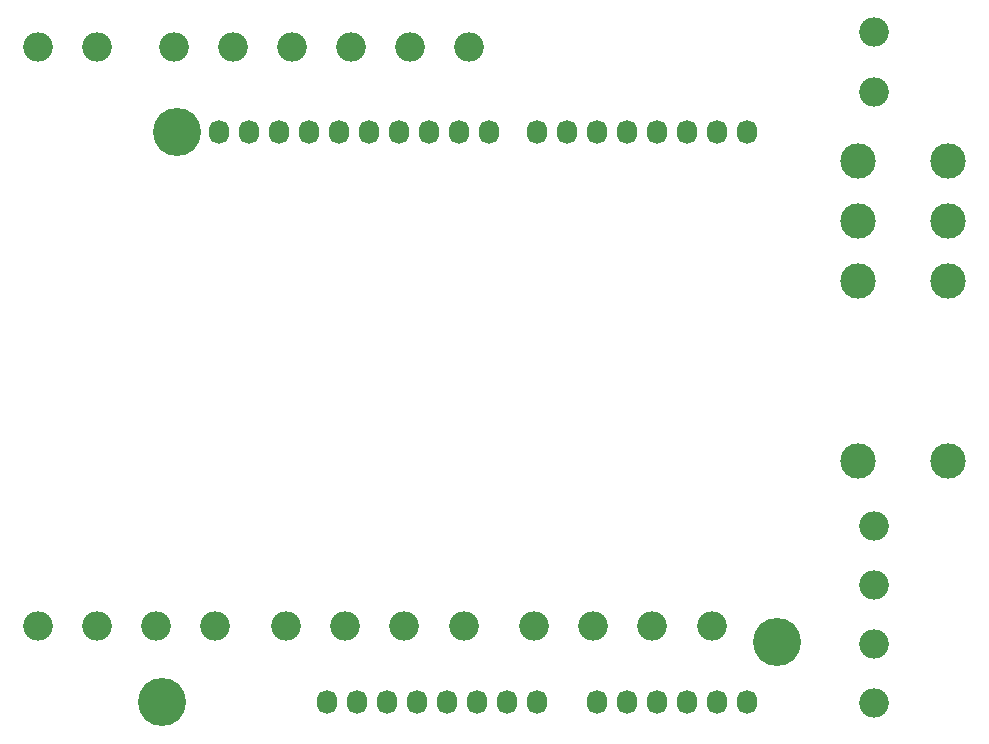
<source format=gbs>
G04 #@! TF.FileFunction,Soldermask,Bot*
%FSLAX46Y46*%
G04 Gerber Fmt 4.6, Leading zero omitted, Abs format (unit mm)*
G04 Created by KiCad (PCBNEW 4.0.2-stable) date 2017/04/12 1:03:06 PM*
%MOMM*%
G01*
G04 APERTURE LIST*
%ADD10C,0.100000*%
%ADD11C,4.064000*%
%ADD12O,1.727200X2.032000*%
%ADD13O,2.500000X2.500000*%
%ADD14C,2.999740*%
G04 APERTURE END LIST*
D10*
D11*
X126238000Y-75565000D03*
D12*
X156718000Y-75565000D03*
X159258000Y-75565000D03*
X161798000Y-75565000D03*
X164338000Y-75565000D03*
X166878000Y-75565000D03*
X169418000Y-75565000D03*
X171958000Y-75565000D03*
X174498000Y-75565000D03*
D11*
X177038000Y-118745000D03*
D13*
X119498000Y-68365000D03*
X114498000Y-68365000D03*
X185248000Y-72115000D03*
X185248000Y-67115000D03*
D14*
X183878000Y-103365000D03*
X191498000Y-103365000D03*
X191498000Y-88125000D03*
X191498000Y-83045000D03*
X191498000Y-77965000D03*
X183878000Y-88125000D03*
X183878000Y-83045000D03*
X183878000Y-77965000D03*
D13*
X161498000Y-117365000D03*
X166498000Y-117365000D03*
X171498000Y-117365000D03*
X156498000Y-117365000D03*
X185248000Y-113865000D03*
X185248000Y-118865000D03*
X185248000Y-123865000D03*
X185248000Y-108865000D03*
X119498000Y-117365000D03*
X124498000Y-117365000D03*
X129498000Y-117365000D03*
X114498000Y-117365000D03*
X140998000Y-68365000D03*
X145998000Y-68365000D03*
X150998000Y-68365000D03*
X135998000Y-68365000D03*
X140498000Y-117365000D03*
X145498000Y-117365000D03*
X150498000Y-117365000D03*
X135498000Y-117365000D03*
D12*
X138938000Y-123825000D03*
X141478000Y-123825000D03*
X144018000Y-123825000D03*
X146558000Y-123825000D03*
X149098000Y-123825000D03*
X151638000Y-123825000D03*
X154178000Y-123825000D03*
X156718000Y-123825000D03*
X161798000Y-123825000D03*
X164338000Y-123825000D03*
X166878000Y-123825000D03*
X169418000Y-123825000D03*
X171958000Y-123825000D03*
X174498000Y-123825000D03*
X129794000Y-75565000D03*
X132334000Y-75565000D03*
X134874000Y-75565000D03*
X137414000Y-75565000D03*
X139954000Y-75565000D03*
X142494000Y-75565000D03*
X145034000Y-75565000D03*
X147574000Y-75565000D03*
X150114000Y-75565000D03*
X152654000Y-75565000D03*
D11*
X124968000Y-123825000D03*
D13*
X125998000Y-68365000D03*
X130998000Y-68365000D03*
M02*

</source>
